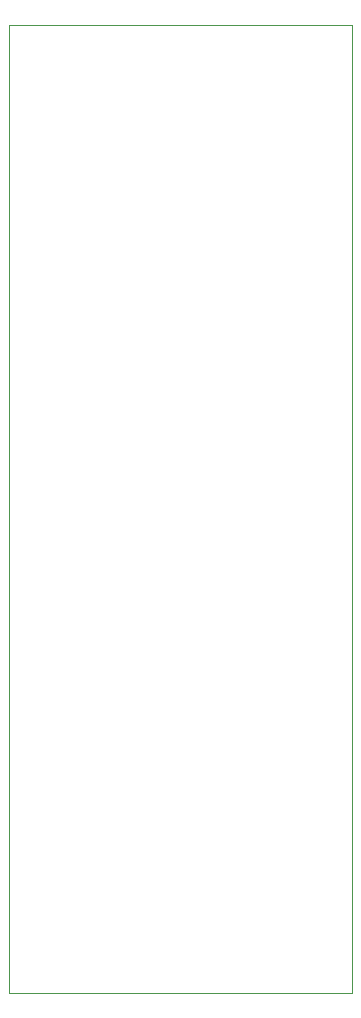
<source format=gm1>
G04 #@! TF.GenerationSoftware,KiCad,Pcbnew,(2016-12-20 revision 2972f6f)-master*
G04 #@! TF.CreationDate,2020-06-24T23:38:58+03:00*
G04 #@! TF.ProjectId,DIYOUT3M,4449594F5554334D2E6B696361645F70,rev?*
G04 #@! TF.FileFunction,Profile,NP*
%FSLAX46Y46*%
G04 Gerber Fmt 4.6, Leading zero omitted, Abs format (unit mm)*
G04 Created by KiCad (PCBNEW (2016-12-20 revision 2972f6f)-master) date Wed Jun 24 23:38:58 2020*
%MOMM*%
%LPD*%
G01*
G04 APERTURE LIST*
%ADD10C,0.100000*%
G04 APERTURE END LIST*
D10*
X0Y0D02*
X0Y82000000D01*
X29000000Y0D02*
X0Y0D01*
X29000000Y82000000D02*
X29000000Y0D01*
X0Y82000000D02*
X29000000Y82000000D01*
M02*

</source>
